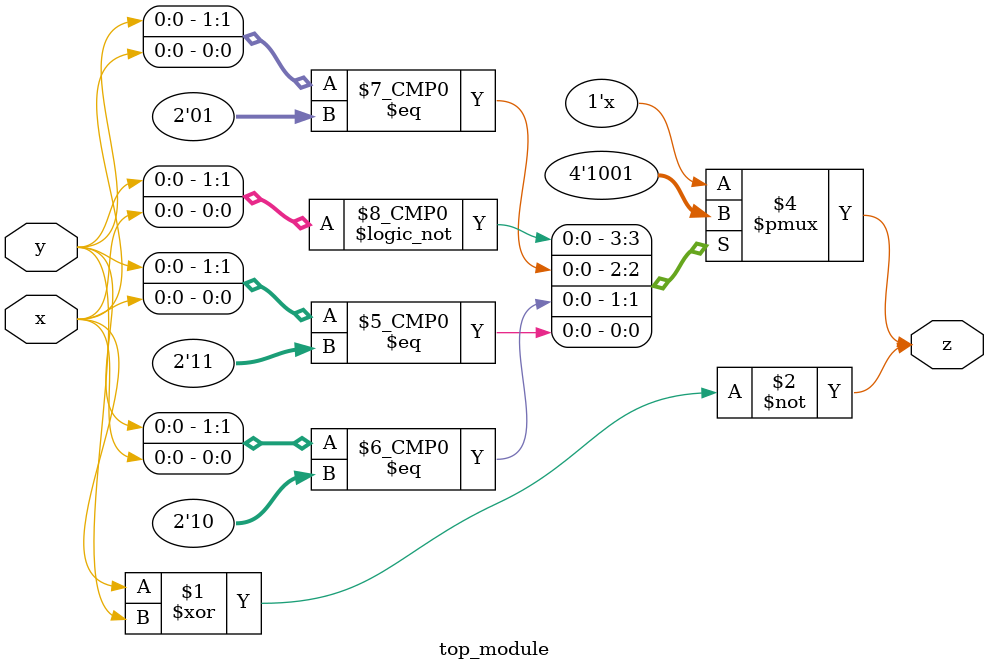
<source format=v>
module top_module(
	input x,
	input y,
	output z);

	// The simulation waveforms gives you a truth table:
	// y x   z
	// 0 0   1
	// 0 1   0
	// 1 0   0
	// 1 1   1   
	// Two minterms: 
	// assign z = (~x & ~y) | (x & y);

	// Or: Notice this is an XNOR.
	assign z = ~(x^y);


    // my solution
    always @(*) begin
        case({y,x})
            2'b00:z = 1;
            2'b01:z = 0;
            2'b10:z = 0;
            2'b11:z = 1;
        endcase
    end
endmodule

</source>
